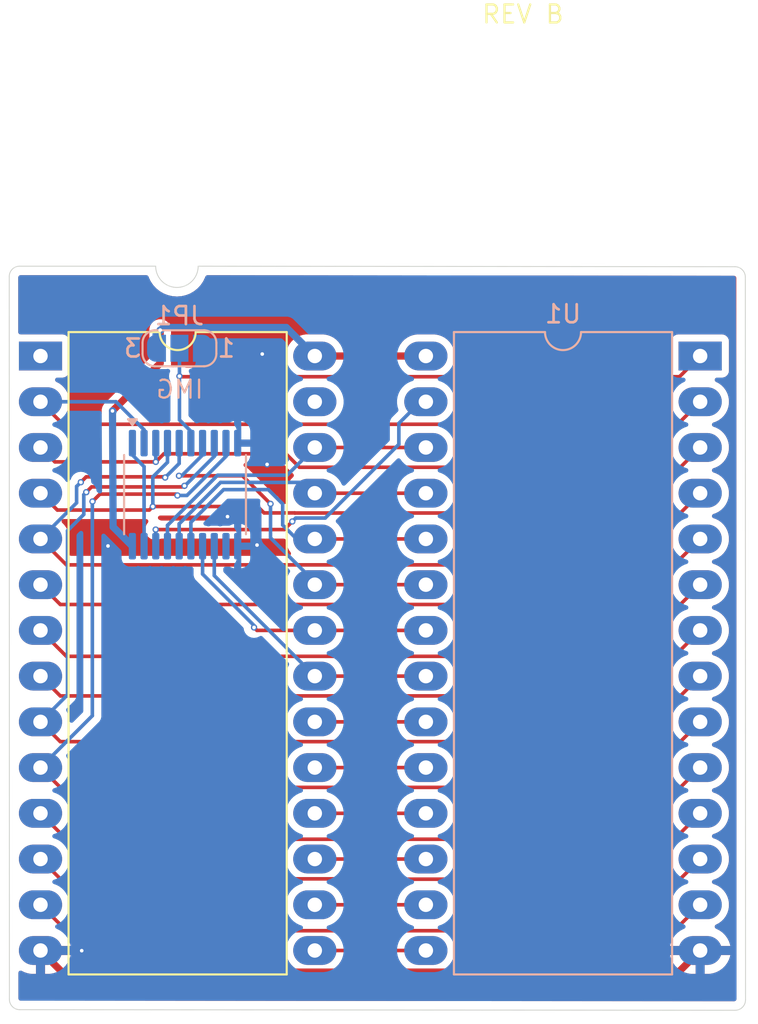
<source format=kicad_pcb>
(kicad_pcb (version 20240108) (generator "pcbnew") (generator_version "8.0")
  (layers (0 "F.Cu" signal) (31 "B.Cu" signal) (34 "B.Paste" user) (35 "F.Paste" user) (36 "B.SilkS" user "B.Silkscreen") (37 "F.SilkS" user "F.Silkscreen") (38 "B.Mask" user) (39 "F.Mask" user) (44 "Edge.Cuts" user))
  (net 0 "")
  (net 1 "A15")
  (net 2 "VCC")
  (net 3 "GND")
  (net 4 "A12")
  (net 5 "A6")
  (net 6 "A5")
  (net 7 "A11")
  (net 8 "A8")
  (net 9 "A0")
  (net 10 "A10")
  (net 11 "A1")
  (net 12 "A13")
  (net 13 "_OE")
  (net 14 "A14")
  (net 15 "A7")
  (net 16 "A9")
  (net 18 "CLK")
  (net 19 "D6")
  (net 20 "D5")
  (net 21 "A4")
  (net 22 "_CE")
  (net 23 "D7")
  (net 24 "D2")
  (net 25 "D1")
  (net 26 "D3")
  (net 27 "D4")
  (net 28 "A3")
  (net 29 "A2")
  (net 30 "D0")
  (footprint "Package_DIP:DIP-28_W15.24mm_LongPads" (layer "F.Cu") (at 136.49 74.19)
    (property "Reference" "U3" (hide yes))
    (property "Value" "pin header")
    (fp_line (start 1.56 -1.33) (end 1.56 34.35) (stroke (width 0.12)) (layer "F.SilkS"))
    (fp_line (start 1.56 34.35) (end 13.68 34.35) (stroke (width 0.12)) (layer "F.SilkS"))
    (fp_line (start 6.62 -1.33) (end 1.56 -1.33) (stroke (width 0.12)) (layer "F.SilkS"))
    (fp_line (start 13.68 -1.33) (end 8.62 -1.33) (stroke (width 0.12)) (layer "F.SilkS"))
    (fp_line (start 13.68 34.35) (end 13.68 -1.33) (stroke (width 0.12)) (layer "F.SilkS"))
    (fp_arc (start 8.62 -1.33) (mid 7.62 -0.33) (end 6.62 -1.33) (stroke (width 0.12)) (layer "F.SilkS"))
    (pad "1" thru_hole rect (at 0 0) (size 2.4 1.6) (drill 0.8) (layers "*.Cu" "*.Mask"))
    (pad "2" thru_hole oval (at 0 2.54) (size 2.4 1.6) (drill 0.8) (layers "*.Cu" "*.Mask") (net 4 "A12"))
    (pad "3" thru_hole oval (at 0 5.08) (size 2.4 1.6) (drill 0.8) (layers "*.Cu" "*.Mask") (net 15 "A7"))
    (pad "4" thru_hole oval (at 0 7.62) (size 2.4 1.6) (drill 0.8) (layers "*.Cu" "*.Mask") (net 5 "A6"))
    (pad "5" thru_hole oval (at 0 10.16) (size 2.4 1.6) (drill 0.8) (layers "*.Cu" "*.Mask") (net 6 "A5"))
    (pad "6" thru_hole oval (at 0 12.7) (size 2.4 1.6) (drill 0.8) (layers "*.Cu" "*.Mask") (net 21 "A4"))
    (pad "7" thru_hole oval (at 0 15.24) (size 2.4 1.6) (drill 0.8) (layers "*.Cu" "*.Mask") (net 28 "A3"))
    (pad "8" thru_hole oval (at 0 17.78) (size 2.4 1.6) (drill 0.8) (layers "*.Cu" "*.Mask") (net 29 "A2"))
    (pad "9" thru_hole oval (at 0 20.32) (size 2.4 1.6) (drill 0.8) (layers "*.Cu" "*.Mask") (net 11 "A1"))
    (pad "10" thru_hole oval (at 0 22.86) (size 2.4 1.6) (drill 0.8) (layers "*.Cu" "*.Mask") (net 9 "A0"))
    (pad "11" thru_hole oval (at 0 25.4) (size 2.4 1.6) (drill 0.8) (layers "*.Cu" "*.Mask") (net 30 "D0"))
    (pad "12" thru_hole oval (at 0 27.94) (size 2.4 1.6) (drill 0.8) (layers "*.Cu" "*.Mask") (net 25 "D1"))
    (pad "13" thru_hole oval (at 0 30.48) (size 2.4 1.6) (drill 0.8) (layers "*.Cu" "*.Mask") (net 24 "D2"))
    (pad "14" thru_hole oval (at 0 33.02) (size 2.4 1.6) (drill 0.8) (layers "*.Cu" "*.Mask") (net 3 "GND"))
    (pad "15" thru_hole oval (at 15.24 33.02) (size 2.4 1.6) (drill 0.8) (layers "*.Cu" "*.Mask") (net 26 "D3"))
    (pad "16" thru_hole oval (at 15.24 30.48) (size 2.4 1.6) (drill 0.8) (layers "*.Cu" "*.Mask") (net 27 "D4"))
    (pad "17" thru_hole oval (at 15.24 27.94) (size 2.4 1.6) (drill 0.8) (layers "*.Cu" "*.Mask") (net 20 "D5"))
    (pad "18" thru_hole oval (at 15.24 25.4) (size 2.4 1.6) (drill 0.8) (layers "*.Cu" "*.Mask") (net 19 "D6"))
    (pad "19" thru_hole oval (at 15.24 22.86) (size 2.4 1.6) (drill 0.8) (layers "*.Cu" "*.Mask") (net 23 "D7"))
    (pad "20" thru_hole oval (at 15.24 20.32) (size 2.4 1.6) (drill 0.8) (layers "*.Cu" "*.Mask") (net 22 "_CE"))
    (pad "21" thru_hole oval (at 15.24 17.78) (size 2.4 1.6) (drill 0.8) (layers "*.Cu" "*.Mask") (net 10 "A10"))
    (pad "22" thru_hole oval (at 15.24 15.24) (size 2.4 1.6) (drill 0.8) (layers "*.Cu" "*.Mask") (net 13 "_OE"))
    (pad "23" thru_hole oval (at 15.24 12.7) (size 2.4 1.6) (drill 0.8) (layers "*.Cu" "*.Mask") (net 7 "A11"))
    (pad "24" thru_hole oval (at 15.24 10.16) (size 2.4 1.6) (drill 0.8) (layers "*.Cu" "*.Mask") (net 16 "A9"))
    (pad "25" thru_hole oval (at 15.24 7.62) (size 2.4 1.6) (drill 0.8) (layers "*.Cu" "*.Mask") (net 8 "A8"))
    (pad "26" thru_hole oval (at 15.24 5.08) (size 2.4 1.6) (drill 0.8) (layers "*.Cu" "*.Mask") (net 12 "A13"))
    (pad "27" thru_hole oval (at 15.24 2.54) (size 2.4 1.6) (drill 0.8) (layers "*.Cu" "*.Mask"))
    (pad "28" thru_hole oval (at 15.24 0) (size 2.4 1.6) (drill 0.8) (layers "*.Cu" "*.Mask") (net 2 "VCC"))
  )
  (footprint "Package_SO:TSSOP-20_4.4x6.5mm_P0.65mm" (layer "B.Cu") (at 144.52 81.89 -90)
    (property "Reference" "U2" (hide yes))
    (property "Value" "GAL16V8" (hide yes))
    (fp_line (start -2.2 3.385) (end 0 3.385) (stroke (width 0.12)) (layer "B.SilkS"))
    (fp_line (start 2.2 3.385) (end 0 3.385) (stroke (width 0.12)) (layer "B.SilkS"))
    (fp_line (start -2.2 -3.385) (end 0 -3.385) (stroke (width 0.12)) (layer "B.SilkS"))
    (fp_line (start 2.2 -3.385) (end 0 -3.385) (stroke (width 0.12)) (layer "B.SilkS"))
    (fp_poly (pts (xy -3.86 2.925) (xy -4.19 3.165) (xy -4.19 2.685) (xy -3.86 2.925)) (stroke (width 0.12)) (fill solid) (layer "B.SilkS"))
    (pad "1" smd roundrect (at -2.8625 2.925 270) (size 1.475 0.4) (layers "B.Cu" "B.Paste" "B.Mask") (net 18 "CLK"))
    (pad "2" smd roundrect (at -2.8625 2.275 270) (size 1.475 0.4) (layers "B.Cu" "B.Paste" "B.Mask") (net 4 "A12"))
    (pad "3" smd roundrect (at -2.8625 1.625 270) (size 1.475 0.4) (layers "B.Cu" "B.Paste" "B.Mask") (net 15 "A7"))
    (pad "4" smd roundrect (at -2.8625 0.975 270) (size 1.475 0.4) (layers "B.Cu" "B.Paste" "B.Mask") (net 5 "A6"))
    (pad "5" smd roundrect (at -2.8625 0.325 270) (size 1.475 0.4) (layers "B.Cu" "B.Paste" "B.Mask") (net 6 "A5"))
    (pad "6" smd roundrect (at -2.8625 -0.325 270) (size 1.475 0.4) (layers "B.Cu" "B.Paste" "B.Mask") (net 1 "A15"))
    (pad "7" smd roundrect (at -2.8625 -0.975 270) (size 1.475 0.4) (layers "B.Cu" "B.Paste" "B.Mask") (net 7 "A11"))
    (pad "8" smd roundrect (at -2.8625 -1.625 270) (size 1.475 0.4) (layers "B.Cu" "B.Paste" "B.Mask") (net 11 "A1"))
    (pad "9" smd roundrect (at -2.8625 -2.275 270) (size 1.475 0.4) (layers "B.Cu" "B.Paste" "B.Mask") (net 9 "A0"))
    (pad "10" smd roundrect (at -2.8625 -2.925 270) (size 1.475 0.4) (layers "B.Cu" "B.Paste" "B.Mask") (net 3 "GND"))
    (pad "11" smd roundrect (at 2.8625 -2.925 270) (size 1.475 0.4) (layers "B.Cu" "B.Paste" "B.Mask") (net 3 "GND"))
    (pad "12" smd roundrect (at 2.8625 -2.275 270) (size 1.475 0.4) (layers "B.Cu" "B.Paste" "B.Mask"))
    (pad "13" smd roundrect (at 2.8625 -1.625 270) (size 1.475 0.4) (layers "B.Cu" "B.Paste" "B.Mask") (net 10 "A10"))
    (pad "14" smd roundrect (at 2.8625 -0.975 270) (size 1.475 0.4) (layers "B.Cu" "B.Paste" "B.Mask") (net 13 "_OE"))
    (pad "15" smd roundrect (at 2.8625 -0.325 270) (size 1.475 0.4) (layers "B.Cu" "B.Paste" "B.Mask") (net 16 "A9"))
    (pad "16" smd roundrect (at 2.8625 0.325 270) (size 1.475 0.4) (layers "B.Cu" "B.Paste" "B.Mask") (net 8 "A8"))
    (pad "17" smd roundrect (at 2.8625 0.975 270) (size 1.475 0.4) (layers "B.Cu" "B.Paste" "B.Mask") (net 12 "A13"))
    (pad "18" smd roundrect (at 2.8625 1.625 270) (size 1.475 0.4) (layers "B.Cu" "B.Paste" "B.Mask") (net 14 "A14"))
    (pad "19" smd roundrect (at 2.8625 2.275 270) (size 1.475 0.4) (layers "B.Cu" "B.Paste" "B.Mask") (net 18 "CLK"))
    (pad "20" smd roundrect (at 2.8625 2.925 270) (size 1.475 0.4) (layers "B.Cu" "B.Paste" "B.Mask") (net 2 "VCC"))
  )
  (footprint "Jumper:SolderJumper-3_P1.3mm_Open_RoundedPad1.0x1.5mm_NumberLabels" (layer "B.Cu") (at 144.21 73.76 180)
    (property "Reference" "JP1" (at 0 1.8 180) (layer "B.SilkS") (effects (justify mirror)))
    (property "Value" "Controller Type")
    (fp_line (start 2.05 -0.3) (end 2.05 0.3) (stroke (width 0.12)) (layer "B.SilkS"))
    (fp_line (start 1.4 1) (end -1.4 1) (stroke (width 0.12)) (layer "B.SilkS"))
    (fp_line (start -1.4 -1) (end 1.4 -1) (stroke (width 0.12)) (layer "B.SilkS"))
    (fp_line (start -2.05 0.3) (end -2.05 -0.3) (stroke (width 0.12)) (layer "B.SilkS"))
    (fp_arc (start 2.05 0.3) (mid 1.844975 0.794975) (end 1.35 1) (stroke (width 0.12)) (layer "B.SilkS"))
    (fp_arc (start 1.35 -1) (mid 1.844975 -0.794975) (end 2.05 -0.3) (stroke (width 0.12)) (layer "B.SilkS"))
    (fp_arc (start -1.35 1) (mid -1.844975 0.794975) (end -2.05 0.3) (stroke (width 0.12)) (layer "B.SilkS"))
    (fp_arc (start -2.05 -0.3) (mid -1.844975 -0.794975) (end -1.35 -1) (stroke (width 0.12)) (layer "B.SilkS"))
    (fp_text user "1" (at -2.6 0 180) (layer "B.SilkS") (effects (justify mirror)))
    (fp_text user "3" (at 2.6 0 180) (layer "B.SilkS") (effects (justify mirror)))
    (pad "1" smd custom (at -1.3 0 180) (size 1 0.5) (layers "B.Cu" "B.Mask") (net 3 "GND") (options (clearance outline) (anchor rect)) (primitives (gr_circle (center 0 -0.25) (end 0.5 -0.25) (width 0) (fill yes)) (gr_circle (center 0 0.25) (end 0.5 0.25) (width 0) (fill yes)) (gr_poly (pts (xy 0.55 -0.75) (xy 0 -0.75) (xy 0 0.75) (xy 0.55 0.75)) (width 0) (fill yes))))
    (pad "2" smd rect (at 0 0 180) (size 1 1.5) (layers "B.Cu" "B.Mask") (net 1 "A15"))
    (pad "3" smd custom (at 1.3 0 180) (size 1 0.5) (layers "B.Cu" "B.Mask") (net 2 "VCC") (options (clearance outline) (anchor rect)) (primitives (gr_circle (center 0 -0.25) (end 0.5 -0.25) (width 0) (fill yes)) (gr_circle (center 0 0.25) (end 0.5 0.25) (width 0) (fill yes)) (gr_poly (pts (xy 0 -0.75) (xy -0.55 -0.75) (xy -0.55 0.75) (xy 0 0.75)) (width 0) (fill yes))))
  )
  (footprint "Package_DIP:DIP-28_W15.24mm_LongPads" (layer "B.Cu") (at 173.14 74.19 180)
    (property "Reference" "U1" (at 7.62 2.33 180) (layer "B.SilkS") (effects (justify mirror)))
    (property "Value" "27512")
    (fp_line (start 13.68 1.33) (end 13.68 -34.35) (stroke (width 0.12)) (layer "B.SilkS"))
    (fp_line (start 13.68 -34.35) (end 1.56 -34.35) (stroke (width 0.12)) (layer "B.SilkS"))
    (fp_line (start 8.62 1.33) (end 13.68 1.33) (stroke (width 0.12)) (layer "B.SilkS"))
    (fp_line (start 1.56 1.33) (end 6.62 1.33) (stroke (width 0.12)) (layer "B.SilkS"))
    (fp_line (start 1.56 -34.35) (end 1.56 1.33) (stroke (width 0.12)) (layer "B.SilkS"))
    (fp_arc (start 6.62 1.33) (mid 7.62 0.33) (end 8.62 1.33) (stroke (width 0.12)) (layer "B.SilkS"))
    (pad "1" thru_hole rect (at 0 0 180) (size 2.4 1.6) (drill 0.8) (layers "*.Cu" "*.Mask") (net 1 "A15"))
    (pad "2" thru_hole oval (at 0 -2.54 180) (size 2.4 1.6) (drill 0.8) (layers "*.Cu" "*.Mask") (net 4 "A12"))
    (pad "3" thru_hole oval (at 0 -5.08 180) (size 2.4 1.6) (drill 0.8) (layers "*.Cu" "*.Mask") (net 15 "A7"))
    (pad "4" thru_hole oval (at 0 -7.62 180) (size 2.4 1.6) (drill 0.8) (layers "*.Cu" "*.Mask") (net 5 "A6"))
    (pad "5" thru_hole oval (at 0 -10.16 180) (size 2.4 1.6) (drill 0.8) (layers "*.Cu" "*.Mask") (net 6 "A5"))
    (pad "6" thru_hole oval (at 0 -12.7 180) (size 2.4 1.6) (drill 0.8) (layers "*.Cu" "*.Mask") (net 21 "A4"))
    (pad "7" thru_hole oval (at 0 -15.24 180) (size 2.4 1.6) (drill 0.8) (layers "*.Cu" "*.Mask") (net 28 "A3"))
    (pad "8" thru_hole oval (at 0 -17.78 180) (size 2.4 1.6) (drill 0.8) (layers "*.Cu" "*.Mask") (net 29 "A2"))
    (pad "9" thru_hole oval (at 0 -20.32 180) (size 2.4 1.6) (drill 0.8) (layers "*.Cu" "*.Mask") (net 11 "A1"))
    (pad "10" thru_hole oval (at 0 -22.86 180) (size 2.4 1.6) (drill 0.8) (layers "*.Cu" "*.Mask") (net 9 "A0"))
    (pad "11" thru_hole oval (at 0 -25.4 180) (size 2.4 1.6) (drill 0.8) (layers "*.Cu" "*.Mask") (net 30 "D0"))
    (pad "12" thru_hole oval (at 0 -27.94 180) (size 2.4 1.6) (drill 0.8) (layers "*.Cu" "*.Mask") (net 25 "D1"))
    (pad "13" thru_hole oval (at 0 -30.48 180) (size 2.4 1.6) (drill 0.8) (layers "*.Cu" "*.Mask") (net 24 "D2"))
    (pad "14" thru_hole oval (at 0 -33.02 180) (size 2.4 1.6) (drill 0.8) (layers "*.Cu" "*.Mask") (net 3 "GND"))
    (pad "15" thru_hole oval (at 15.24 -33.02 180) (size 2.4 1.6) (drill 0.8) (layers "*.Cu" "*.Mask") (net 26 "D3"))
    (pad "16" thru_hole oval (at 15.24 -30.48 180) (size 2.4 1.6) (drill 0.8) (layers "*.Cu" "*.Mask") (net 27 "D4"))
    (pad "17" thru_hole oval (at 15.24 -27.94 180) (size 2.4 1.6) (drill 0.8) (layers "*.Cu" "*.Mask") (net 20 "D5"))
    (pad "18" thru_hole oval (at 15.24 -25.4 180) (size 2.4 1.6) (drill 0.8) (layers "*.Cu" "*.Mask") (net 19 "D6"))
    (pad "19" thru_hole oval (at 15.24 -22.86 180) (size 2.4 1.6) (drill 0.8) (layers "*.Cu" "*.Mask") (net 23 "D7"))
    (pad "20" thru_hole oval (at 15.24 -20.32 180) (size 2.4 1.6) (drill 0.8) (layers "*.Cu" "*.Mask") (net 22 "_CE"))
    (pad "21" thru_hole oval (at 15.24 -17.78 180) (size 2.4 1.6) (drill 0.8) (layers "*.Cu" "*.Mask") (net 10 "A10"))
    (pad "22" thru_hole oval (at 15.24 -15.24 180) (size 2.4 1.6) (drill 0.8) (layers "*.Cu" "*.Mask") (net 13 "_OE"))
    (pad "23" thru_hole oval (at 15.24 -12.7 180) (size 2.4 1.6) (drill 0.8) (layers "*.Cu" "*.Mask") (net 7 "A11"))
    (pad "24" thru_hole oval (at 15.24 -10.16 180) (size 2.4 1.6) (drill 0.8) (layers "*.Cu" "*.Mask") (net 16 "A9"))
    (pad "25" thru_hole oval (at 15.24 -7.62 180) (size 2.4 1.6) (drill 0.8) (layers "*.Cu" "*.Mask") (net 8 "A8"))
    (pad "26" thru_hole oval (at 15.24 -5.08 180) (size 2.4 1.6) (drill 0.8) (layers "*.Cu" "*.Mask") (net 12 "A13"))
    (pad "27" thru_hole oval (at 15.24 -2.54 180) (size 2.4 1.6) (drill 0.8) (layers "*.Cu" "*.Mask") (net 14 "A14"))
    (pad "28" thru_hole oval (at 15.24 0 180) (size 2.4 1.6) (drill 0.8) (layers "*.Cu" "*.Mask") (net 2 "VCC"))
  )
  (gr_arc (start 134.753412 69.776614) (mid 134.922285 69.368897) (end 135.33 69.2) (stroke (width 0.05)) (layer "Edge.Cuts"))
  (gr_line (start 175.65 69.81) (end 175.660121 109.953292) (stroke (width 0.05)) (layer "Edge.Cuts"))
  (gr_arc (start 145.25 69.2) (mid 144.07 70.38) (end 142.89 69.2) (stroke (width 0.05)) (layer "Edge.Cuts"))
  (gr_arc (start 135.337289 110.49731) (mid 134.930698 110.328897) (end 134.762289 109.92231) (stroke (width 0.05)) (layer "Edge.Cuts"))
  (gr_arc (start 175.658535 109.954878) (mid 175.490122 110.361469) (end 175.083535 110.529878) (stroke (width 0.05)) (layer "Edge.Cuts"))
  (gr_line (start 145.25 69.2) (end 175.069999 69.229999) (stroke (width 0.05)) (layer "Edge.Cuts"))
  (gr_line (start 135.33 69.2) (end 142.892289 69.199018) (stroke (width 0.05)) (layer "Edge.Cuts"))
  (gr_line (start 175.083535 110.529878) (end 135.337289 110.49731) (stroke (width 0.05)) (layer "Edge.Cuts"))
  (gr_line (start 134.762289 109.92231) (end 134.753412 69.776614) (stroke (width 0.05)) (layer "Edge.Cuts"))
  (gr_arc (start 175.069999 69.229999) (mid 175.480128 69.399871) (end 175.65 69.81) (stroke (width 0.05)) (layer "Edge.Cuts"))
  (gr_text "IMG\n" (at 145.62 76.63 -0) (layer "B.SilkS") (effects (font (size 1 1) (thickness 0.125)) (justify left bottom mirror)))
  (gr_text "REV B" (at 160.95 55.79 0) (layer "F.SilkS") (effects (font (size 1 1) (thickness 0.125)) (justify left bottom)))
  (segment (start 171.99 75.34) (end 173.14 74.19) (width 0.2) (layer "F.Cu") (net 1))
  (segment (start 144.21 75.31) (end 144.24 75.34) (width 0.2) (layer "F.Cu") (net 1))
  (segment (start 144.24 75.34) (end 171.99 75.34) (width 0.2) (layer "F.Cu") (net 1))
  (via (at 144.21 75.31) (size 0.35) (drill 0.2) (layers "F.Cu" "B.Cu") (net 1))
  (segment (start 144.21 75.31) (end 144.21 73.76) (width 0.2) (layer "B.Cu") (net 1))
  (segment (start 144.845 78.371544) (end 144.845 79.0275) (width 0.2) (layer "B.Cu") (net 1))
  (segment (start 144.21 75.31) (end 144.21 77.736544) (width 0.2) (layer "B.Cu") (net 1))
  (segment (start 144.21 77.736544) (end 144.845 78.371544) (width 0.2) (layer "B.Cu") (net 1))
  (segment (start 151.73 74.19) (end 157.9 74.19) (width 0.4) (layer "F.Cu") (net 2))
  (segment (start 143.14 74.59) (end 140.49 77.24) (width 0.4) (layer "F.Cu") (net 2))
  (segment (start 143.14 72.75) (end 143.14 74.59) (width 0.4) (layer "F.Cu") (net 2))
  (via (at 140.49 77.24) (size 0.35) (drill 0.2) (layers "F.Cu" "B.Cu") (net 2))
  (via (at 143.14 72.75) (size 0.35) (drill 0.2) (layers "F.Cu" "B.Cu") (net 2))
  (segment (start 141.595 84.7525) (end 140.523947 83.681447) (width 0.4) (layer "B.Cu") (net 2))
  (segment (start 142.91 73.005) (end 143.14 72.775) (width 0.4) (layer "B.Cu") (net 2))
  (segment (start 143.14 72.775) (end 143.14 72.75) (width 0.4) (layer "B.Cu") (net 2))
  (segment (start 140.523947 83.681447) (end 140.49 77.24) (width 0.4) (layer "B.Cu") (net 2))
  (segment (start 143.14 72.75) (end 143.165 72.75) (width 0.4) (layer "B.Cu") (net 2))
  (segment (start 140.49 77.24) (end 140.523947 77.276053) (width 0.4) (layer "B.Cu") (net 2))
  (segment (start 143.31 72.605) (end 150.145 72.605) (width 0.4) (layer "B.Cu") (net 2))
  (segment (start 150.145 72.605) (end 151.73 74.19) (width 0.4) (layer "B.Cu") (net 2))
  (segment (start 142.91 73.76) (end 142.91 73.005) (width 0.4) (layer "B.Cu") (net 2))
  (segment (start 143.165 72.75) (end 143.31 72.605) (width 0.4) (layer "B.Cu") (net 2))
  (segment (start 171.94 108.41) (end 173.14 107.21) (width 0.4) (layer "F.Cu") (net 3))
  (segment (start 137.69 108.41) (end 171.94 108.41) (width 0.4) (layer "F.Cu") (net 3))
  (segment (start 136.49 107.21) (end 137.69 108.41) (width 0.4) (layer "F.Cu") (net 3))
  (via (at 148.52 84.69) (size 0.35) (drill 0.2) (layers "F.Cu" "B.Cu") (net 3))
  (via (at 138.78 107.22) (size 0.35) (drill 0.2) (layers "F.Cu" "B.Cu") (net 3))
  (via (at 140.24 84.74) (size 0.35) (drill 0.2) (layers "F.Cu" "B.Cu") (net 3))
  (via (at 148.81 74.08) (size 0.35) (drill 0.2) (layers "F.Cu" "B.Cu") (net 3))
  (via (at 146.88 83.11) (size 0.35) (drill 0.2) (layers "F.Cu" "B.Cu") (net 3))
  (via (at 149.08 80.21) (size 0.35) (drill 0.2) (layers "F.Cu" "B.Cu") (net 3))
  (segment (start 137.74 77.98) (end 171.89 77.98) (width 0.2) (layer "F.Cu") (net 4))
  (segment (start 136.49 76.73) (end 137.74 77.98) (width 0.2) (layer "F.Cu") (net 4))
  (segment (start 171.89 77.98) (end 173.14 76.73) (width 0.2) (layer "F.Cu") (net 4))
  (segment (start 142.245 78.290001) (end 140.684999 76.73) (width 0.2) (layer "B.Cu") (net 4))
  (segment (start 142.245 79.0275) (end 142.245 78.290001) (width 0.2) (layer "B.Cu") (net 4))
  (segment (start 140.684999 76.73) (end 136.49 76.73) (width 0.2) (layer "B.Cu") (net 4))
  (segment (start 142.73 82.55) (end 142.535 82.745) (width 0.2) (layer "F.Cu") (net 5))
  (segment (start 150.616752 82.905) (end 150.621752 82.91) (width 0.2) (layer "F.Cu") (net 5))
  (segment (start 172.04 82.91) (end 173.14 81.81) (width 0.2) (layer "F.Cu") (net 5))
  (segment (start 137.425 82.745) (end 136.49 81.81) (width 0.2) (layer "F.Cu") (net 5))
  (segment (start 142.535 82.745) (end 137.425 82.745) (width 0.2) (layer "F.Cu") (net 5))
  (segment (start 150.621752 82.91) (end 172.04 82.91) (width 0.2) (layer "F.Cu") (net 5))
  (segment (start 148.554915 82.55) (end 148.909915 82.905) (width 0.2) (layer "F.Cu") (net 5))
  (segment (start 148.909915 82.905) (end 150.616752 82.905) (width 0.2) (layer "F.Cu") (net 5))
  (segment (start 142.73 82.55) (end 148.554915 82.55) (width 0.2) (layer "F.Cu") (net 5))
  (via (at 142.73 82.55) (size 0.35) (drill 0.2) (layers "F.Cu" "B.Cu") (net 5))
  (segment (start 142.73 80.906752) (end 143.545 80.091752) (width 0.2) (layer "B.Cu") (net 5))
  (segment (start 142.73 82.55) (end 142.73 80.906752) (width 0.2) (layer "B.Cu") (net 5))
  (segment (start 143.545 80.091752) (end 143.545 79.0275) (width 0.2) (layer "B.Cu") (net 5))
  (segment (start 143.415 80.939252) (end 143.375748 80.9) (width 0.2) (layer "F.Cu") (net 6))
  (segment (start 171.7 85.79) (end 173.14 84.35) (width 0.2) (layer "F.Cu") (net 6))
  (segment (start 143.375748 80.9) (end 139.03 80.9) (width 0.2) (layer "F.Cu") (net 6))
  (segment (start 136.49 84.35) (end 137.93 85.79) (width 0.2) (layer "F.Cu") (net 6))
  (segment (start 139.03 80.9) (end 138.73 81.2) (width 0.2) (layer "F.Cu") (net 6))
  (segment (start 137.93 85.79) (end 171.7 85.79) (width 0.2) (layer "F.Cu") (net 6))
  (via (at 143.415 80.939252) (size 0.35) (drill 0.2) (layers "F.Cu" "B.Cu") (net 6))
  (via (at 138.73 81.2) (size 0.35) (drill 0.2) (layers "F.Cu" "B.Cu") (net 6))
  (segment (start 144.195 80.159252) (end 144.195 79.0275) (width 0.2) (layer "B.Cu") (net 6))
  (segment (start 138.73 81.2) (end 138.495 81.435) (width 0.2) (layer "B.Cu") (net 6))
  (segment (start 138.495 82.345) (end 136.49 84.35) (width 0.2) (layer "B.Cu") (net 6))
  (segment (start 138.495 81.435) (end 138.495 82.345) (width 0.2) (layer "B.Cu") (net 6))
  (segment (start 143.415 80.939252) (end 144.195 80.159252) (width 0.2) (layer "B.Cu") (net 6))
  (segment (start 147.71125 80.843002) (end 144.183002 80.843002) (width 0.2) (layer "F.Cu") (net 7))
  (segment (start 149.269124 82.400876) (end 147.71125 80.843002) (width 0.2) (layer "F.Cu") (net 7))
  (segment (start 157.9 86.89) (end 151.73 86.89) (width 0.2) (layer "F.Cu") (net 7))
  (via (at 144.183002 80.843002) (size 0.35) (drill 0.2) (layers "F.Cu" "B.Cu") (net 7))
  (via (at 149.269124 82.400876) (size 0.35) (drill 0.2) (layers "F.Cu" "B.Cu") (net 7))
  (segment (start 144.183002 80.843002) (end 144.335454 80.843002) (width 0.2) (layer "B.Cu") (net 7))
  (segment (start 145.495 79.683456) (end 145.495 79.0275) (width 0.2) (layer "B.Cu") (net 7))
  (segment (start 144.335454 80.843002) (end 145.495 79.683456) (width 0.2) (layer "B.Cu") (net 7))
  (segment (start 151.73 86.75) (end 151.73 86.89) (width 0.2) (layer "B.Cu") (net 7))
  (segment (start 149.269124 82.400876) (end 149.269124 84.289124) (width 0.2) (layer "B.Cu") (net 7))
  (segment (start 149.269124 84.289124) (end 151.73 86.75) (width 0.2) (layer "B.Cu") (net 7))
  (segment (start 157.9 81.81) (end 151.73 81.81) (width 0.2) (layer "F.Cu") (net 8))
  (segment (start 151.13 81.21) (end 146.495686 81.21) (width 0.2) (layer "B.Cu") (net 8))
  (segment (start 146.495686 81.21) (end 144.195 83.510686) (width 0.2) (layer "B.Cu") (net 8))
  (segment (start 144.195 83.510686) (end 144.195 84.7525) (width 0.2) (layer "B.Cu") (net 8))
  (segment (start 151.73 81.81) (end 151.13 81.21) (width 0.2) (layer "B.Cu") (net 8))
  (segment (start 137.59 98.15) (end 136.49 97.05) (width 0.2) (layer "F.Cu") (net 9))
  (segment (start 139.79 81.86) (end 139.38 82.27) (width 0.2) (layer "F.Cu") (net 9))
  (segment (start 173.14 97.05) (end 172.04 98.15) (width 0.2) (layer "F.Cu") (net 9))
  (segment (start 172.04 98.15) (end 137.59 98.15) (width 0.2) (layer "F.Cu") (net 9))
  (segment (start 144.024427 81.86) (end 139.79 81.86) (width 0.2) (layer "F.Cu") (net 9))
  (segment (start 144.099427 81.935) (end 144.024427 81.86) (width 0.2) (layer "F.Cu") (net 9))
  (via (at 139.38 82.27) (size 0.35) (drill 0.2) (layers "F.Cu" "B.Cu") (net 9))
  (via (at 144.099427 81.935) (size 0.35) (drill 0.2) (layers "F.Cu" "B.Cu") (net 9))
  (segment (start 146.795 79.764999) (end 146.795 79.0275) (width 0.2) (layer "B.Cu") (net 9))
  (segment (start 139.37 94.17) (end 136.49 97.05) (width 0.2) (layer "B.Cu") (net 9))
  (segment (start 144.624999 81.935) (end 146.795 79.764999) (width 0.2) (layer "B.Cu") (net 9))
  (segment (start 144.099427 81.935) (end 144.624999 81.935) (width 0.2) (layer "B.Cu") (net 9))
  (segment (start 139.38 82.27) (end 139.37 82.28) (width 0.2) (layer "B.Cu") (net 9))
  (segment (start 139.37 82.28) (end 139.37 94.17) (width 0.2) (layer "B.Cu") (net 9))
  (segment (start 157.9 91.97) (end 151.73 91.97) (width 0.2) (layer "F.Cu") (net 10))
  (segment (start 146.145 86.385) (end 151.73 91.97) (width 0.2) (layer "B.Cu") (net 10))
  (segment (start 146.145 84.7525) (end 146.145 86.385) (width 0.2) (layer "B.Cu") (net 10))
  (segment (start 136.49 94.51) (end 137.59 95.61) (width 0.2) (layer "F.Cu") (net 11))
  (segment (start 172.04 95.61) (end 173.14 94.51) (width 0.2) (layer "F.Cu") (net 11))
  (segment (start 139.325298 81.46) (end 139.032649 81.752649) (width 0.2) (layer "F.Cu") (net 11))
  (segment (start 144.489123 81.399124) (end 144.428247 81.46) (width 0.2) (layer "F.Cu") (net 11))
  (segment (start 144.428247 81.46) (end 139.325298 81.46) (width 0.2) (layer "F.Cu") (net 11))
  (segment (start 137.59 95.61) (end 172.04 95.61) (width 0.2) (layer "F.Cu") (net 11))
  (via (at 139.032649 81.752649) (size 0.35) (drill 0.2) (layers "F.Cu" "B.Cu") (net 11))
  (via (at 144.489123 81.399124) (size 0.35) (drill 0.2) (layers "F.Cu" "B.Cu") (net 11))
  (segment (start 139.032649 81.752649) (end 138.895 81.890298) (width 0.2) (layer "B.Cu") (net 11))
  (segment (start 144.591997 81.318002) (end 146.145 79.764999) (width 0.2) (layer "B.Cu") (net 11))
  (segment (start 144.570245 81.318002) (end 144.591997 81.318002) (width 0.2) (layer "B.Cu") (net 11))
  (segment (start 138.895 81.890298) (end 138.895 82.989365) (width 0.2) (layer "B.Cu") (net 11))
  (segment (start 146.145 79.764999) (end 146.145 79.0275) (width 0.2) (layer "B.Cu") (net 11))
  (segment (start 138.895 82.989365) (end 137.99 83.894365) (width 0.2) (layer "B.Cu") (net 11))
  (segment (start 144.489123 81.399124) (end 144.570245 81.318002) (width 0.2) (layer "B.Cu") (net 11))
  (segment (start 137.99 93.01) (end 136.49 94.51) (width 0.2) (layer "B.Cu") (net 11))
  (segment (start 137.99 83.894365) (end 137.99 93.01) (width 0.2) (layer "B.Cu") (net 11))
  (segment (start 151.73 79.27) (end 157.9 79.27) (width 0.2) (layer "F.Cu") (net 12))
  (segment (start 146.33 80.81) (end 150.19 80.81) (width 0.2) (layer "B.Cu") (net 12))
  (segment (start 143.545 84.7525) (end 143.545 83.595) (width 0.2) (layer "B.Cu") (net 12))
  (segment (start 150.19 80.81) (end 151.73 79.27) (width 0.2) (layer "B.Cu") (net 12))
  (segment (start 143.545 83.595) (end 146.33 80.81) (width 0.2) (layer "B.Cu") (net 12))
  (segment (start 148.518248 89.43) (end 151.73 89.43) (width 0.2) (layer "F.Cu") (net 13))
  (segment (start 148.354124 89.265876) (end 148.518248 89.43) (width 0.2) (layer "F.Cu") (net 13))
  (segment (start 151.73 89.43) (end 157.9 89.43) (width 0.2) (layer "F.Cu") (net 13))
  (via (at 148.354124 89.265876) (size 0.35) (drill 0.2) (layers "F.Cu" "B.Cu") (net 13))
  (segment (start 148.354124 89.15981) (end 145.495 86.300686) (width 0.2) (layer "B.Cu") (net 13))
  (segment (start 145.495 86.300686) (end 145.495 84.7525) (width 0.2) (layer "B.Cu") (net 13))
  (segment (start 148.354124 89.265876) (end 148.354124 89.15981) (width 0.2) (layer "B.Cu") (net 13))
  (segment (start 150.48 83.38) (end 150.03 83.83) (width 0.2) (layer "F.Cu") (net 14))
  (segment (start 150.03 83.83) (end 142.89 83.83) (width 0.2) (layer "F.Cu") (net 14))
  (via (at 142.89 83.83) (size 0.35) (drill 0.2) (layers "F.Cu" "B.Cu") (net 14))
  (via (at 150.48 83.38) (size 0.35) (drill 0.2) (layers "F.Cu" "B.Cu") (net 14))
  (segment (start 152.305635 83.19) (end 156.4 79.095635) (width 0.2) (layer "B.Cu") (net 14))
  (segment (start 142.895 83.835) (end 142.895 84.7525) (width 0.2) (layer "B.Cu") (net 14))
  (segment (start 150.48 83.38) (end 150.67 83.19) (width 0.2) (layer "B.Cu") (net 14))
  (segment (start 156.4 77.93) (end 157.6 76.73) (width 0.2) (layer "B.Cu") (net 14))
  (segment (start 156.4 79.095635) (end 156.4 77.93) (width 0.2) (layer "B.Cu") (net 14))
  (segment (start 142.89 83.83) (end 142.895 83.835) (width 0.2) (layer "B.Cu") (net 14))
  (segment (start 157.6 76.73) (end 157.9 76.73) (width 0.2) (layer "B.Cu") (net 14))
  (segment (start 150.67 83.19) (end 152.305635 83.19) (width 0.2) (layer "B.Cu") (net 14))
  (segment (start 143.345 79.62) (end 150.124365 79.62) (width 0.2) (layer "F.Cu") (net 15))
  (segment (start 142.895 80.07) (end 143.345 79.62) (width 0.2) (layer "F.Cu") (net 15))
  (segment (start 150.124365 79.62) (end 150.874365 80.37) (width 0.2) (layer "F.Cu") (net 15))
  (segment (start 172.04 80.37) (end 173.14 79.27) (width 0.2) (layer "F.Cu") (net 15))
  (segment (start 137.29 80.07) (end 136.49 79.27) (width 0.2) (layer "F.Cu") (net 15))
  (segment (start 150.874365 80.37) (end 172.04 80.37) (width 0.2) (layer "F.Cu") (net 15))
  (segment (start 142.895 80.07) (end 137.29 80.07) (width 0.2) (layer "F.Cu") (net 15))
  (via (at 142.895 80.07) (size 0.35) (drill 0.2) (layers "F.Cu" "B.Cu") (net 15))
  (segment (start 142.895 80.07) (end 142.895 79.0275) (width 0.2) (layer "B.Cu") (net 15))
  (segment (start 151.73 84.35) (end 157.9 84.35) (width 0.2) (layer "F.Cu") (net 16))
  (segment (start 149.945 82.405) (end 149.945 83.576752) (width 0.2) (layer "B.Cu") (net 16))
  (segment (start 144.845 84.7525) (end 144.845 83.426372) (width 0.2) (layer "B.Cu") (net 16))
  (segment (start 150.718248 84.35) (end 151.73 84.35) (width 0.2) (layer "B.Cu") (net 16))
  (segment (start 149.945 83.576752) (end 150.718248 84.35) (width 0.2) (layer "B.Cu") (net 16))
  (segment (start 144.845 83.426372) (end 146.661372 81.61) (width 0.2) (layer "B.Cu") (net 16))
  (segment (start 149.15 81.61) (end 149.945 82.405) (width 0.2) (layer "B.Cu") (net 16))
  (segment (start 146.661372 81.61) (end 149.15 81.61) (width 0.2) (layer "B.Cu") (net 16))
  (segment (start 141.595 79.683456) (end 142.245 80.333456) (width 0.2) (layer "B.Cu") (net 18))
  (segment (start 142.245 80.333456) (end 142.245 84.7525) (width 0.2) (layer "B.Cu") (net 18))
  (segment (start 141.595 79.0275) (end 141.595 79.683456) (width 0.2) (layer "B.Cu") (net 18))
  (segment (start 151.73 99.59) (end 157.9 99.59) (width 0.2) (layer "F.Cu") (net 19))
  (segment (start 157.9 102.13) (end 151.73 102.13) (width 0.2) (layer "F.Cu") (net 20))
  (segment (start 137.59 87.99) (end 136.49 86.89) (width 0.2) (layer "F.Cu") (net 21))
  (segment (start 173.14 86.89) (end 172.04 87.99) (width 0.2) (layer "F.Cu") (net 21))
  (segment (start 172.04 87.99) (end 137.59 87.99) (width 0.2) (layer "F.Cu") (net 21))
  (segment (start 151.73 94.51) (end 157.9 94.51) (width 0.2) (layer "F.Cu") (net 22))
  (segment (start 151.73 97.05) (end 157.9 97.05) (width 0.2) (layer "F.Cu") (net 23))
  (segment (start 136.49 104.67) (end 137.93 106.11) (width 0.2) (layer "F.Cu") (net 24))
  (segment (start 137.93 106.11) (end 171.7 106.11) (width 0.2) (layer "F.Cu") (net 24))
  (segment (start 171.7 106.11) (end 173.14 104.67) (width 0.2) (layer "F.Cu") (net 24))
  (segment (start 173.14 102.13) (end 172.02 103.25) (width 0.2) (layer "F.Cu") (net 25))
  (segment (start 152.98 103.23) (end 137.59 103.23) (width 0.2) (layer "F.Cu") (net 25))
  (segment (start 153 103.25) (end 152.98 103.23) (width 0.2) (layer "F.Cu") (net 25))
  (segment (start 137.59 103.23) (end 136.49 102.13) (width 0.2) (layer "F.Cu") (net 25))
  (segment (start 172.02 103.25) (end 153 103.25) (width 0.2) (layer "F.Cu") (net 25))
  (segment (start 157.9 107.21) (end 151.73 107.21) (width 0.2) (layer "F.Cu") (net 26))
  (segment (start 151.73 104.67) (end 157.9 104.67) (width 0.2) (layer "F.Cu") (net 27))
  (segment (start 136.49 89.43) (end 137.93 90.87) (width 0.2) (layer "F.Cu") (net 28))
  (segment (start 171.7 90.87) (end 173.14 89.43) (width 0.2) (layer "F.Cu") (net 28))
  (segment (start 137.93 90.87) (end 171.7 90.87) (width 0.2) (layer "F.Cu") (net 28))
  (segment (start 173.14 91.97) (end 172.04 93.07) (width 0.2) (layer "F.Cu") (net 29))
  (segment (start 137.59 93.07) (end 136.49 91.97) (width 0.2) (layer "F.Cu") (net 29))
  (segment (start 172.04 93.07) (end 137.59 93.07) (width 0.2) (layer "F.Cu") (net 29))
  (segment (start 136.49 99.59) (end 137.93 101.03) (width 0.2) (layer "F.Cu") (net 30))
  (segment (start 171.7 101.03) (end 173.14 99.59) (width 0.2) (layer "F.Cu") (net 30))
  (segment (start 137.93 101.03) (end 171.7 101.03) (width 0.2) (layer "F.Cu") (net 30))
  (zone (net 3) (net_name "GND") (layer "F.Cu") (connect_pads (clearance 0.4)) (min_thickness 0.25) (fill yes (thermal_gap 0.5) (thermal_bridge_width 0.5))
    (polygon (pts (xy 134.45 68.84) (xy 134.33 111.25) (xy 176.32 110.95) (xy 176.36 68.9)))
  )
  (zone (net 3) (net_name "GND") (layer "B.Cu") (priority 1) (connect_pads (clearance 0.4)) (min_thickness 0.25) (fill yes (thermal_gap 0.5) (thermal_bridge_width 0.5) (island_removal_mode 2) (island_area_min 3))
    (polygon (pts (xy 134.41 68.87) (xy 134.24 111.29) (xy 175.3 110.84) (xy 175.12 69.07)))
  )
)
</source>
